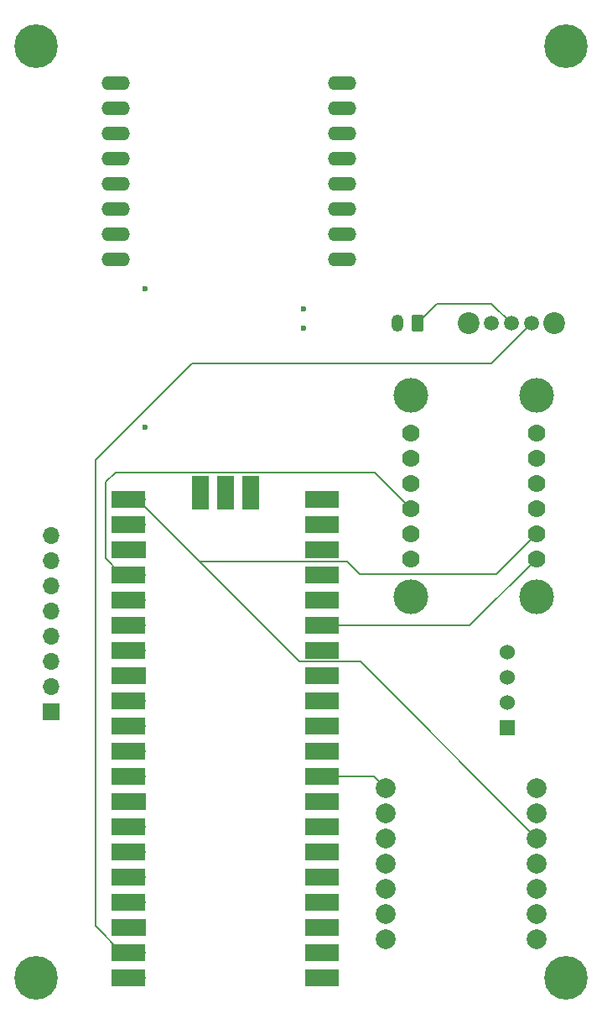
<source format=gbr>
%TF.GenerationSoftware,KiCad,Pcbnew,8.0.6*%
%TF.CreationDate,2025-06-01T11:12:23+01:00*%
%TF.ProjectId,Leo_Cansat,4c656f5f-4361-46e7-9361-742e6b696361,rev?*%
%TF.SameCoordinates,Original*%
%TF.FileFunction,Copper,L1,Top*%
%TF.FilePolarity,Positive*%
%FSLAX46Y46*%
G04 Gerber Fmt 4.6, Leading zero omitted, Abs format (unit mm)*
G04 Created by KiCad (PCBNEW 8.0.6) date 2025-06-01 11:12:23*
%MOMM*%
%LPD*%
G01*
G04 APERTURE LIST*
G04 Aperture macros list*
%AMRoundRect*
0 Rectangle with rounded corners*
0 $1 Rounding radius*
0 $2 $3 $4 $5 $6 $7 $8 $9 X,Y pos of 4 corners*
0 Add a 4 corners polygon primitive as box body*
4,1,4,$2,$3,$4,$5,$6,$7,$8,$9,$2,$3,0*
0 Add four circle primitives for the rounded corners*
1,1,$1+$1,$2,$3*
1,1,$1+$1,$4,$5*
1,1,$1+$1,$6,$7*
1,1,$1+$1,$8,$9*
0 Add four rect primitives between the rounded corners*
20,1,$1+$1,$2,$3,$4,$5,0*
20,1,$1+$1,$4,$5,$6,$7,0*
20,1,$1+$1,$6,$7,$8,$9,0*
20,1,$1+$1,$8,$9,$2,$3,0*%
G04 Aperture macros list end*
%TA.AperFunction,ComponentPad*%
%ADD10C,2.000000*%
%TD*%
%TA.AperFunction,ComponentPad*%
%ADD11R,1.524000X1.524000*%
%TD*%
%TA.AperFunction,ComponentPad*%
%ADD12C,1.524000*%
%TD*%
%TA.AperFunction,ComponentPad*%
%ADD13C,4.400000*%
%TD*%
%TA.AperFunction,ComponentPad*%
%ADD14O,2.844800X1.422400*%
%TD*%
%TA.AperFunction,ComponentPad*%
%ADD15C,2.200000*%
%TD*%
%TA.AperFunction,ComponentPad*%
%ADD16C,1.500000*%
%TD*%
%TA.AperFunction,ComponentPad*%
%ADD17C,3.500000*%
%TD*%
%TA.AperFunction,ComponentPad*%
%ADD18C,1.778000*%
%TD*%
%TA.AperFunction,ComponentPad*%
%ADD19O,1.700000X1.700000*%
%TD*%
%TA.AperFunction,SMDPad,CuDef*%
%ADD20R,3.500000X1.700000*%
%TD*%
%TA.AperFunction,ComponentPad*%
%ADD21R,1.700000X1.700000*%
%TD*%
%TA.AperFunction,SMDPad,CuDef*%
%ADD22R,1.700000X3.500000*%
%TD*%
%TA.AperFunction,ComponentPad*%
%ADD23RoundRect,0.250000X0.350000X0.625000X-0.350000X0.625000X-0.350000X-0.625000X0.350000X-0.625000X0*%
%TD*%
%TA.AperFunction,ComponentPad*%
%ADD24O,1.200000X1.750000*%
%TD*%
%TA.AperFunction,ViaPad*%
%ADD25C,0.600000*%
%TD*%
%TA.AperFunction,Conductor*%
%ADD26C,0.200000*%
%TD*%
G04 APERTURE END LIST*
D10*
%TO.P,U7,1*%
%TO.N,N/C*%
X129042500Y-168082500D03*
%TO.P,U7,2,GND*%
%TO.N,GND*%
X129042500Y-165542500D03*
%TO.P,U7,3,3V3*%
%TO.N,+3V3*%
X129042500Y-163002500D03*
%TO.P,U7,4,MOSI*%
%TO.N,/MOSI*%
X129042500Y-160462500D03*
%TO.P,U7,5,MISO*%
%TO.N,/MISO*%
X129042500Y-157922500D03*
%TO.P,U7,6,SCK*%
%TO.N,/SCK*%
X129042500Y-155382500D03*
%TO.P,U7,7*%
%TO.N,N/C*%
X129042500Y-152842500D03*
%TO.P,U7,8*%
X113802500Y-168082500D03*
%TO.P,U7,9*%
X113802500Y-165542500D03*
%TO.P,U7,10*%
X113802500Y-163002500D03*
%TO.P,U7,11*%
X113802500Y-160462500D03*
%TO.P,U7,12*%
X113802500Y-157922500D03*
%TO.P,U7,13*%
X113802500Y-155382500D03*
%TO.P,U7,14,CS*%
%TO.N,/SDCS*%
X113802500Y-152842500D03*
%TD*%
D11*
%TO.P,U5,4,VCC*%
%TO.N,+3V3*%
X126080000Y-146810000D03*
D12*
%TO.P,U5,3,SDA*%
%TO.N,/SDA*%
X126080000Y-144270000D03*
%TO.P,U5,2,GND*%
%TO.N,GND*%
X126080000Y-141730000D03*
%TO.P,U5,1,SCL*%
%TO.N,/SCL*%
X126080000Y-139190000D03*
%TD*%
D13*
%TO.P,H4,1,1*%
%TO.N,GND*%
X132000000Y-172000000D03*
%TD*%
D14*
%TO.P,U2,P$1,5V*%
%TO.N,unconnected-(U2-5V-PadP$1)*%
X86570000Y-81770000D03*
%TO.P,U2,P$2,GND*%
%TO.N,GND*%
X86570000Y-84310000D03*
%TO.P,U2,P$3,IO12*%
%TO.N,unconnected-(U2-IO12-PadP$3)*%
X86570000Y-86850000D03*
%TO.P,U2,P$4,IO13*%
%TO.N,unconnected-(U2-IO13-PadP$4)*%
X86570000Y-89390000D03*
%TO.P,U2,P$5,IO15*%
%TO.N,unconnected-(U2-IO15-PadP$5)*%
X86570000Y-91930000D03*
%TO.P,U2,P$6,IO14*%
%TO.N,unconnected-(U2-IO14-PadP$6)*%
X86570000Y-94470000D03*
%TO.P,U2,P$7,IO2*%
%TO.N,unconnected-(U2-IO2-PadP$7)*%
X86570000Y-97010000D03*
%TO.P,U2,P$8,IO4*%
%TO.N,unconnected-(U2-IO4-PadP$8)*%
X86570000Y-99550000D03*
%TO.P,U2,P$9,.GND*%
%TO.N,unconnected-(U2-.GND-PadP$9)*%
X109430000Y-99550000D03*
%TO.P,U2,P$10,IO1/U0T*%
%TO.N,unconnected-(U2-IO1{slash}U0T-PadP$10)*%
X109430000Y-97010000D03*
%TO.P,U2,P$11,IO3/U0R*%
%TO.N,unconnected-(U2-IO3{slash}U0R-PadP$11)*%
X109430000Y-94470000D03*
%TO.P,U2,P$12,3V3.*%
%TO.N,unconnected-(U2-3V3.-PadP$12)*%
X109430000Y-91930000D03*
%TO.P,U2,P$13,GND.*%
%TO.N,unconnected-(U2-GND.-PadP$13)*%
X109430000Y-89390000D03*
%TO.P,U2,P$14,IO0*%
%TO.N,unconnected-(U2-IO0-PadP$14)*%
X109430000Y-86850000D03*
%TO.P,U2,P$15,IO16*%
%TO.N,unconnected-(U2-IO16-PadP$15)*%
X109430000Y-84310000D03*
%TO.P,U2,P$16,3V3*%
%TO.N,+3V3*%
X109430000Y-81770000D03*
%TD*%
D15*
%TO.P,SW1,*%
%TO.N,*%
X130800000Y-106000000D03*
X122200000Y-106000000D03*
D16*
%TO.P,SW1,1,A*%
%TO.N,Net-(SW1-A)*%
X128500000Y-106000000D03*
%TO.P,SW1,2,B*%
%TO.N,Net-(BT1-+)*%
X126500000Y-106000000D03*
%TO.P,SW1,3,C*%
%TO.N,unconnected-(SW1-C-Pad3)*%
X124500000Y-106000000D03*
%TD*%
D13*
%TO.P,H1,1,1*%
%TO.N,GND*%
X78500000Y-78000000D03*
%TD*%
D17*
%TO.P,U6,*%
%TO.N,*%
X116305000Y-113210000D03*
X116305000Y-133530000D03*
X129005000Y-113210000D03*
X129005000Y-133530000D03*
D18*
%TO.P,U6,1,CS*%
%TO.N,/IMUCS*%
X129005000Y-129720000D03*
%TO.P,U6,2,SDO*%
%TO.N,/MISO*%
X129005000Y-127180000D03*
%TO.P,U6,3,GND*%
%TO.N,GND*%
X129005000Y-124640000D03*
%TO.P,U6,4,AC*%
%TO.N,unconnected-(U6-AC-Pad4)*%
X129005000Y-122100000D03*
%TO.P,U6,5,AD*%
%TO.N,unconnected-(U6-AD-Pad5)*%
X129005000Y-119560000D03*
%TO.P,U6,6,FS*%
%TO.N,unconnected-(U6-FS-Pad6)*%
X129005000Y-117020000D03*
%TO.P,U6,7,VIN*%
%TO.N,+3V3*%
X116305000Y-117020000D03*
%TO.P,U6,8,1V8*%
%TO.N,unconnected-(U6-1V8-Pad8)*%
X116305000Y-119560000D03*
%TO.P,U6,9,GND*%
%TO.N,unconnected-(U6-GND-Pad9)*%
X116305000Y-122100000D03*
%TO.P,U6,10,SCL*%
%TO.N,/SCK*%
X116305000Y-124640000D03*
%TO.P,U6,11,SDA*%
%TO.N,/MOSI*%
X116305000Y-127180000D03*
%TO.P,U6,12,INT*%
%TO.N,unconnected-(U6-INT-Pad12)*%
X116305000Y-129720000D03*
%TD*%
D13*
%TO.P,H3,1,1*%
%TO.N,GND*%
X78500000Y-172000000D03*
%TD*%
D19*
%TO.P,U1,1,GPIO0*%
%TO.N,unconnected-(U1-GPIO0-Pad1)*%
X106500000Y-171980000D03*
D20*
X107400000Y-171980000D03*
D19*
%TO.P,U1,2,GPIO1*%
%TO.N,unconnected-(U1-GPIO1-Pad2)*%
X106500000Y-169440000D03*
D20*
X107400000Y-169440000D03*
D21*
%TO.P,U1,3,GND*%
%TO.N,GND*%
X106500000Y-166900000D03*
D20*
X107400000Y-166900000D03*
D19*
%TO.P,U1,4,GPIO2*%
%TO.N,unconnected-(U1-GPIO2-Pad4)*%
X106500000Y-164360000D03*
D20*
X107400000Y-164360000D03*
D19*
%TO.P,U1,5,GPIO3*%
%TO.N,unconnected-(U1-GPIO3-Pad5)*%
X106500000Y-161820000D03*
D20*
X107400000Y-161820000D03*
D19*
%TO.P,U1,6,GPIO4*%
%TO.N,/SDA*%
X106500000Y-159280000D03*
D20*
X107400000Y-159280000D03*
D19*
%TO.P,U1,7,GPIO5*%
%TO.N,/SCL*%
X106500000Y-156740000D03*
D20*
X107400000Y-156740000D03*
D21*
%TO.P,U1,8,GND*%
%TO.N,GND*%
X106500000Y-154200000D03*
D20*
X107400000Y-154200000D03*
D19*
%TO.P,U1,9,GPIO6*%
%TO.N,/SDCS*%
X106500000Y-151660000D03*
D20*
X107400000Y-151660000D03*
D19*
%TO.P,U1,10,GPIO7*%
%TO.N,unconnected-(U1-GPIO7-Pad10)*%
X106500000Y-149120000D03*
D20*
X107400000Y-149120000D03*
D19*
%TO.P,U1,11,GPIO8*%
%TO.N,unconnected-(U1-GPIO8-Pad11)*%
X106500000Y-146580000D03*
D20*
X107400000Y-146580000D03*
D19*
%TO.P,U1,12,GPIO9*%
%TO.N,unconnected-(U1-GPIO9-Pad12)*%
X106500000Y-144040000D03*
D20*
X107400000Y-144040000D03*
D21*
%TO.P,U1,13,GND*%
%TO.N,GND*%
X106500000Y-141500000D03*
D20*
X107400000Y-141500000D03*
D19*
%TO.P,U1,14,GPIO10*%
%TO.N,unconnected-(U1-GPIO10-Pad14)*%
X106500000Y-138960000D03*
D20*
X107400000Y-138960000D03*
D19*
%TO.P,U1,15,GPIO11*%
%TO.N,/IMUCS*%
X106500000Y-136420000D03*
D20*
X107400000Y-136420000D03*
D19*
%TO.P,U1,16,GPIO12*%
%TO.N,unconnected-(U1-GPIO12-Pad16)*%
X106500000Y-133880000D03*
D20*
X107400000Y-133880000D03*
D19*
%TO.P,U1,17,GPIO13*%
%TO.N,unconnected-(U1-GPIO13-Pad17)*%
X106500000Y-131340000D03*
D20*
X107400000Y-131340000D03*
D21*
%TO.P,U1,18,GND*%
%TO.N,GND*%
X106500000Y-128800000D03*
D20*
X107400000Y-128800000D03*
D19*
%TO.P,U1,19,GPIO14*%
%TO.N,unconnected-(U1-GPIO14-Pad19)*%
X106500000Y-126260000D03*
D20*
X107400000Y-126260000D03*
D19*
%TO.P,U1,20,GPIO15*%
%TO.N,/LORACS*%
X106500000Y-123720000D03*
D20*
X107400000Y-123720000D03*
D19*
%TO.P,U1,21,GPIO16*%
%TO.N,/MISO*%
X88720000Y-123720000D03*
D20*
X87820000Y-123720000D03*
D19*
%TO.P,U1,22,GPIO17*%
%TO.N,unconnected-(U1-GPIO17-Pad22)*%
X88720000Y-126260000D03*
D20*
X87820000Y-126260000D03*
D21*
%TO.P,U1,23,GND*%
%TO.N,GND*%
X88720000Y-128800000D03*
D20*
X87820000Y-128800000D03*
D19*
%TO.P,U1,24,GPIO18*%
%TO.N,/SCK*%
X88720000Y-131340000D03*
D20*
X87820000Y-131340000D03*
D19*
%TO.P,U1,25,GPIO19*%
%TO.N,/MOSI*%
X88720000Y-133880000D03*
D20*
X87820000Y-133880000D03*
D19*
%TO.P,U1,26,GPIO20*%
%TO.N,unconnected-(U1-GPIO20-Pad26)*%
X88720000Y-136420000D03*
D20*
X87820000Y-136420000D03*
D19*
%TO.P,U1,27,GPIO21*%
%TO.N,unconnected-(U1-GPIO21-Pad27)*%
X88720000Y-138960000D03*
D20*
X87820000Y-138960000D03*
D21*
%TO.P,U1,28,GND*%
%TO.N,GND*%
X88720000Y-141500000D03*
D20*
X87820000Y-141500000D03*
D19*
%TO.P,U1,29,GPIO22*%
%TO.N,unconnected-(U1-GPIO22-Pad29)*%
X88720000Y-144040000D03*
D20*
X87820000Y-144040000D03*
D19*
%TO.P,U1,30,RUN*%
%TO.N,unconnected-(U1-RUN-Pad30)*%
X88720000Y-146580000D03*
D20*
X87820000Y-146580000D03*
D19*
%TO.P,U1,31,GPIO26_ADC0*%
%TO.N,unconnected-(U1-GPIO26_ADC0-Pad31)*%
X88720000Y-149120000D03*
D20*
X87820000Y-149120000D03*
D19*
%TO.P,U1,32,GPIO27_ADC1*%
%TO.N,unconnected-(U1-GPIO27_ADC1-Pad32)*%
X88720000Y-151660000D03*
D20*
X87820000Y-151660000D03*
D21*
%TO.P,U1,33,AGND*%
%TO.N,unconnected-(U1-AGND-Pad33)*%
X88720000Y-154200000D03*
D20*
X87820000Y-154200000D03*
D19*
%TO.P,U1,34,GPIO28_ADC2*%
%TO.N,unconnected-(U1-GPIO28_ADC2-Pad34)*%
X88720000Y-156740000D03*
D20*
X87820000Y-156740000D03*
D19*
%TO.P,U1,35,ADC_VREF*%
%TO.N,unconnected-(U1-ADC_VREF-Pad35)*%
X88720000Y-159280000D03*
D20*
X87820000Y-159280000D03*
D19*
%TO.P,U1,36,3V3*%
%TO.N,+3V3*%
X88720000Y-161820000D03*
D20*
X87820000Y-161820000D03*
D19*
%TO.P,U1,37,3V3_EN*%
%TO.N,unconnected-(U1-3V3_EN-Pad37)*%
X88720000Y-164360000D03*
D20*
X87820000Y-164360000D03*
D21*
%TO.P,U1,38,GND*%
%TO.N,GND*%
X88720000Y-166900000D03*
D20*
X87820000Y-166900000D03*
D19*
%TO.P,U1,39,VSYS*%
%TO.N,Net-(SW1-A)*%
X88720000Y-169440000D03*
D20*
X87820000Y-169440000D03*
D19*
%TO.P,U1,40,VBUS*%
%TO.N,unconnected-(U1-VBUS-Pad40)*%
X88720000Y-171980000D03*
D20*
X87820000Y-171980000D03*
D19*
%TO.P,U1,41,SWCLK*%
%TO.N,unconnected-(U1-SWCLK-Pad41)*%
X100150000Y-123950000D03*
D22*
X100150000Y-123050000D03*
D21*
%TO.P,U1,42,GND*%
%TO.N,GND*%
X97610000Y-123950000D03*
D22*
X97610000Y-123050000D03*
D19*
%TO.P,U1,43,SWDIO*%
%TO.N,unconnected-(U1-SWDIO-Pad43)*%
X95070000Y-123950000D03*
D22*
X95070000Y-123050000D03*
%TD*%
D13*
%TO.P,H2,1,1*%
%TO.N,GND*%
X132000000Y-78000000D03*
%TD*%
D21*
%TO.P,U4,1,SDA*%
%TO.N,/SDA*%
X80000000Y-145200000D03*
D19*
%TO.P,U4,2,SCL*%
%TO.N,/SCL*%
X80000000Y-142660000D03*
%TO.P,U4,3,TXD*%
%TO.N,unconnected-(U4-TXD-Pad3)*%
X80000000Y-140120000D03*
%TO.P,U4,4,RXD*%
%TO.N,unconnected-(U4-RXD-Pad4)*%
X80000000Y-137580000D03*
%TO.P,U4,5,TIMEPULSE*%
%TO.N,unconnected-(U4-TIMEPULSE-Pad5)*%
X80000000Y-135040000D03*
%TO.P,U4,6,NC*%
%TO.N,unconnected-(U4-NC-Pad6)*%
X80000000Y-132500000D03*
%TO.P,U4,7,GND*%
%TO.N,GND*%
X80000000Y-129960000D03*
%TO.P,U4,8,VCC*%
%TO.N,+3V3*%
X80000000Y-127420000D03*
%TD*%
D23*
%TO.P,BT1,1,+*%
%TO.N,Net-(BT1-+)*%
X117000000Y-106000000D03*
D24*
%TO.P,BT1,2,-*%
%TO.N,GND*%
X115000000Y-106000000D03*
%TD*%
D25*
%TO.N,GND*%
X105500000Y-104500000D03*
X89500000Y-102500000D03*
X89500000Y-116500000D03*
%TO.N,+3V3*%
X105500000Y-106500000D03*
%TD*%
D26*
%TO.N,/SDCS*%
X112620000Y-151660000D02*
X106500000Y-151660000D01*
X113302500Y-152342500D02*
X112620000Y-151660000D01*
X113302500Y-153592500D02*
X113302500Y-152342500D01*
%TO.N,/MISO*%
X111230000Y-140110000D02*
X105110000Y-140110000D01*
X128542500Y-157422500D02*
X111230000Y-140110000D01*
X128542500Y-158672500D02*
X128542500Y-157422500D01*
X105110000Y-140110000D02*
X88720000Y-123720000D01*
X111190000Y-131250000D02*
X109940000Y-130000000D01*
X129005000Y-127180000D02*
X124935000Y-131250000D01*
X124935000Y-131250000D02*
X111190000Y-131250000D01*
X109940000Y-130000000D02*
X95000000Y-130000000D01*
%TO.N,/SCK*%
X85500000Y-129680000D02*
X85500000Y-122000000D01*
X88720000Y-131340000D02*
X87160000Y-131340000D01*
X112665000Y-121000000D02*
X116305000Y-124640000D01*
X86500000Y-121000000D02*
X112665000Y-121000000D01*
X87160000Y-131340000D02*
X85500000Y-129680000D01*
X85500000Y-122000000D02*
X86500000Y-121000000D01*
%TO.N,/IMUCS*%
X122305000Y-136420000D02*
X106500000Y-136420000D01*
X129005000Y-129720000D02*
X122305000Y-136420000D01*
%TO.N,Net-(BT1-+)*%
X119000000Y-104000000D02*
X124500000Y-104000000D01*
X124500000Y-104000000D02*
X126500000Y-106000000D01*
X117000000Y-106000000D02*
X119000000Y-104000000D01*
%TO.N,Net-(SW1-A)*%
X87160000Y-169440000D02*
X88720000Y-169440000D01*
X128500000Y-106000000D02*
X124500000Y-110000000D01*
X84500000Y-166780000D02*
X87160000Y-169440000D01*
X84500000Y-119750000D02*
X84500000Y-166780000D01*
X124500000Y-110000000D02*
X94250000Y-110000000D01*
X94250000Y-110000000D02*
X84500000Y-119750000D01*
%TD*%
M02*

</source>
